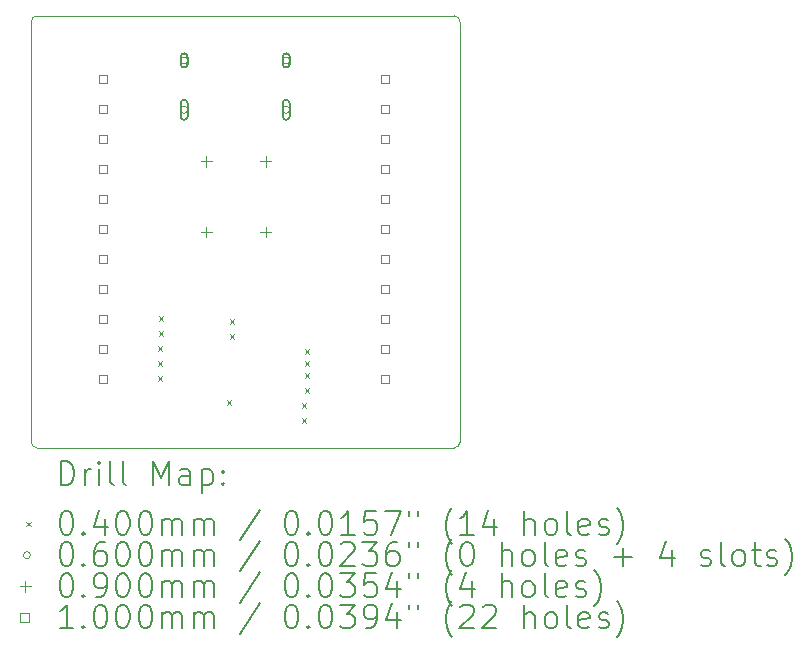
<source format=gbr>
%TF.GenerationSoftware,KiCad,Pcbnew,(6.0.7)*%
%TF.CreationDate,2022-09-27T17:10:28+08:00*%
%TF.ProjectId,51,35312e6b-6963-4616-945f-706362585858,rev?*%
%TF.SameCoordinates,Original*%
%TF.FileFunction,Drillmap*%
%TF.FilePolarity,Positive*%
%FSLAX45Y45*%
G04 Gerber Fmt 4.5, Leading zero omitted, Abs format (unit mm)*
G04 Created by KiCad (PCBNEW (6.0.7)) date 2022-09-27 17:10:28*
%MOMM*%
%LPD*%
G01*
G04 APERTURE LIST*
%ADD10C,0.100000*%
%ADD11C,0.200000*%
%ADD12C,0.040000*%
%ADD13C,0.060000*%
%ADD14C,0.090000*%
G04 APERTURE END LIST*
D10*
X11455400Y-3073400D02*
G75*
G03*
X11404600Y-3022600I-50800J0D01*
G01*
X11404600Y-6680200D02*
G75*
G03*
X11455400Y-6629400I0J50800D01*
G01*
X7874000Y-3022600D02*
X11404600Y-3022600D01*
X7823200Y-6629400D02*
X7823200Y-3073400D01*
X11455400Y-3073400D02*
X11455400Y-6629400D01*
X7823200Y-6629400D02*
G75*
G03*
X7874000Y-6680200I50800J0D01*
G01*
X7874000Y-3022600D02*
G75*
G03*
X7823200Y-3073400I0J-50800D01*
G01*
X11404600Y-6680200D02*
X7874000Y-6680200D01*
D11*
D12*
X8895400Y-5822000D02*
X8935400Y-5862000D01*
X8935400Y-5822000D02*
X8895400Y-5862000D01*
X8895400Y-5949000D02*
X8935400Y-5989000D01*
X8935400Y-5949000D02*
X8895400Y-5989000D01*
X8895400Y-6076000D02*
X8935400Y-6116000D01*
X8935400Y-6076000D02*
X8895400Y-6116000D01*
X8904050Y-5568000D02*
X8944050Y-5608000D01*
X8944050Y-5568000D02*
X8904050Y-5608000D01*
X8904050Y-5695000D02*
X8944050Y-5735000D01*
X8944050Y-5695000D02*
X8904050Y-5735000D01*
X9479600Y-6279200D02*
X9519600Y-6319200D01*
X9519600Y-6279200D02*
X9479600Y-6319200D01*
X9505000Y-5593400D02*
X9545000Y-5633400D01*
X9545000Y-5593400D02*
X9505000Y-5633400D01*
X9505000Y-5720400D02*
X9545000Y-5760400D01*
X9545000Y-5720400D02*
X9505000Y-5760400D01*
X10114600Y-6304600D02*
X10154600Y-6344600D01*
X10154600Y-6304600D02*
X10114600Y-6344600D01*
X10114600Y-6431600D02*
X10154600Y-6471600D01*
X10154600Y-6431600D02*
X10114600Y-6471600D01*
X10140000Y-5847400D02*
X10180000Y-5887400D01*
X10180000Y-5847400D02*
X10140000Y-5887400D01*
X10140000Y-5949000D02*
X10180000Y-5989000D01*
X10180000Y-5949000D02*
X10140000Y-5989000D01*
X10140000Y-6050600D02*
X10180000Y-6090600D01*
X10180000Y-6050600D02*
X10140000Y-6090600D01*
X10140000Y-6177600D02*
X10180000Y-6217600D01*
X10180000Y-6177600D02*
X10140000Y-6217600D01*
D13*
X9148400Y-3400200D02*
G75*
G03*
X9148400Y-3400200I-30000J0D01*
G01*
D11*
X9148400Y-3430200D02*
X9148400Y-3370200D01*
X9088400Y-3430200D02*
X9088400Y-3370200D01*
X9148400Y-3370200D02*
G75*
G03*
X9088400Y-3370200I-30000J0D01*
G01*
X9088400Y-3430200D02*
G75*
G03*
X9148400Y-3430200I30000J0D01*
G01*
D13*
X9148400Y-3818200D02*
G75*
G03*
X9148400Y-3818200I-30000J0D01*
G01*
D11*
X9148400Y-3873200D02*
X9148400Y-3763200D01*
X9088400Y-3873200D02*
X9088400Y-3763200D01*
X9148400Y-3763200D02*
G75*
G03*
X9088400Y-3763200I-30000J0D01*
G01*
X9088400Y-3873200D02*
G75*
G03*
X9148400Y-3873200I30000J0D01*
G01*
D13*
X10012400Y-3400200D02*
G75*
G03*
X10012400Y-3400200I-30000J0D01*
G01*
D11*
X10012400Y-3430200D02*
X10012400Y-3370200D01*
X9952400Y-3430200D02*
X9952400Y-3370200D01*
X10012400Y-3370200D02*
G75*
G03*
X9952400Y-3370200I-30000J0D01*
G01*
X9952400Y-3430200D02*
G75*
G03*
X10012400Y-3430200I30000J0D01*
G01*
D13*
X10012400Y-3818200D02*
G75*
G03*
X10012400Y-3818200I-30000J0D01*
G01*
D11*
X10012400Y-3873200D02*
X10012400Y-3763200D01*
X9952400Y-3873200D02*
X9952400Y-3763200D01*
X10012400Y-3763200D02*
G75*
G03*
X9952400Y-3763200I-30000J0D01*
G01*
X9952400Y-3873200D02*
G75*
G03*
X10012400Y-3873200I30000J0D01*
G01*
D14*
X9308150Y-4209350D02*
X9308150Y-4299350D01*
X9263150Y-4254350D02*
X9353150Y-4254350D01*
X9308150Y-4809350D02*
X9308150Y-4899350D01*
X9263150Y-4854350D02*
X9353150Y-4854350D01*
X9808150Y-4209350D02*
X9808150Y-4299350D01*
X9763150Y-4254350D02*
X9853150Y-4254350D01*
X9808150Y-4809350D02*
X9808150Y-4899350D01*
X9763150Y-4854350D02*
X9853150Y-4854350D01*
D10*
X8468156Y-3591356D02*
X8468156Y-3520644D01*
X8397444Y-3520644D01*
X8397444Y-3591356D01*
X8468156Y-3591356D01*
X8468156Y-3845356D02*
X8468156Y-3774644D01*
X8397444Y-3774644D01*
X8397444Y-3845356D01*
X8468156Y-3845356D01*
X8468156Y-4099356D02*
X8468156Y-4028644D01*
X8397444Y-4028644D01*
X8397444Y-4099356D01*
X8468156Y-4099356D01*
X8468156Y-4353356D02*
X8468156Y-4282644D01*
X8397444Y-4282644D01*
X8397444Y-4353356D01*
X8468156Y-4353356D01*
X8468156Y-4607356D02*
X8468156Y-4536644D01*
X8397444Y-4536644D01*
X8397444Y-4607356D01*
X8468156Y-4607356D01*
X8468156Y-4861356D02*
X8468156Y-4790644D01*
X8397444Y-4790644D01*
X8397444Y-4861356D01*
X8468156Y-4861356D01*
X8468156Y-5115356D02*
X8468156Y-5044644D01*
X8397444Y-5044644D01*
X8397444Y-5115356D01*
X8468156Y-5115356D01*
X8468156Y-5369356D02*
X8468156Y-5298644D01*
X8397444Y-5298644D01*
X8397444Y-5369356D01*
X8468156Y-5369356D01*
X8468156Y-5623356D02*
X8468156Y-5552644D01*
X8397444Y-5552644D01*
X8397444Y-5623356D01*
X8468156Y-5623356D01*
X8468156Y-5877356D02*
X8468156Y-5806644D01*
X8397444Y-5806644D01*
X8397444Y-5877356D01*
X8468156Y-5877356D01*
X8468156Y-6131356D02*
X8468156Y-6060644D01*
X8397444Y-6060644D01*
X8397444Y-6131356D01*
X8468156Y-6131356D01*
X10855756Y-3591356D02*
X10855756Y-3520644D01*
X10785044Y-3520644D01*
X10785044Y-3591356D01*
X10855756Y-3591356D01*
X10855756Y-3845356D02*
X10855756Y-3774644D01*
X10785044Y-3774644D01*
X10785044Y-3845356D01*
X10855756Y-3845356D01*
X10855756Y-4099356D02*
X10855756Y-4028644D01*
X10785044Y-4028644D01*
X10785044Y-4099356D01*
X10855756Y-4099356D01*
X10855756Y-4353356D02*
X10855756Y-4282644D01*
X10785044Y-4282644D01*
X10785044Y-4353356D01*
X10855756Y-4353356D01*
X10855756Y-4607356D02*
X10855756Y-4536644D01*
X10785044Y-4536644D01*
X10785044Y-4607356D01*
X10855756Y-4607356D01*
X10855756Y-4861356D02*
X10855756Y-4790644D01*
X10785044Y-4790644D01*
X10785044Y-4861356D01*
X10855756Y-4861356D01*
X10855756Y-5115356D02*
X10855756Y-5044644D01*
X10785044Y-5044644D01*
X10785044Y-5115356D01*
X10855756Y-5115356D01*
X10855756Y-5369356D02*
X10855756Y-5298644D01*
X10785044Y-5298644D01*
X10785044Y-5369356D01*
X10855756Y-5369356D01*
X10855756Y-5623356D02*
X10855756Y-5552644D01*
X10785044Y-5552644D01*
X10785044Y-5623356D01*
X10855756Y-5623356D01*
X10855756Y-5877356D02*
X10855756Y-5806644D01*
X10785044Y-5806644D01*
X10785044Y-5877356D01*
X10855756Y-5877356D01*
X10855756Y-6131356D02*
X10855756Y-6060644D01*
X10785044Y-6060644D01*
X10785044Y-6131356D01*
X10855756Y-6131356D01*
D11*
X8075819Y-6995676D02*
X8075819Y-6795676D01*
X8123438Y-6795676D01*
X8152009Y-6805200D01*
X8171057Y-6824248D01*
X8180581Y-6843295D01*
X8190105Y-6881390D01*
X8190105Y-6909962D01*
X8180581Y-6948057D01*
X8171057Y-6967105D01*
X8152009Y-6986152D01*
X8123438Y-6995676D01*
X8075819Y-6995676D01*
X8275819Y-6995676D02*
X8275819Y-6862343D01*
X8275819Y-6900438D02*
X8285343Y-6881390D01*
X8294867Y-6871867D01*
X8313914Y-6862343D01*
X8332962Y-6862343D01*
X8399629Y-6995676D02*
X8399629Y-6862343D01*
X8399629Y-6795676D02*
X8390105Y-6805200D01*
X8399629Y-6814724D01*
X8409152Y-6805200D01*
X8399629Y-6795676D01*
X8399629Y-6814724D01*
X8523438Y-6995676D02*
X8504390Y-6986152D01*
X8494867Y-6967105D01*
X8494867Y-6795676D01*
X8628200Y-6995676D02*
X8609152Y-6986152D01*
X8599629Y-6967105D01*
X8599629Y-6795676D01*
X8856771Y-6995676D02*
X8856771Y-6795676D01*
X8923438Y-6938533D01*
X8990105Y-6795676D01*
X8990105Y-6995676D01*
X9171057Y-6995676D02*
X9171057Y-6890914D01*
X9161533Y-6871867D01*
X9142486Y-6862343D01*
X9104390Y-6862343D01*
X9085343Y-6871867D01*
X9171057Y-6986152D02*
X9152010Y-6995676D01*
X9104390Y-6995676D01*
X9085343Y-6986152D01*
X9075819Y-6967105D01*
X9075819Y-6948057D01*
X9085343Y-6929009D01*
X9104390Y-6919486D01*
X9152010Y-6919486D01*
X9171057Y-6909962D01*
X9266295Y-6862343D02*
X9266295Y-7062343D01*
X9266295Y-6871867D02*
X9285343Y-6862343D01*
X9323438Y-6862343D01*
X9342486Y-6871867D01*
X9352010Y-6881390D01*
X9361533Y-6900438D01*
X9361533Y-6957581D01*
X9352010Y-6976628D01*
X9342486Y-6986152D01*
X9323438Y-6995676D01*
X9285343Y-6995676D01*
X9266295Y-6986152D01*
X9447248Y-6976628D02*
X9456771Y-6986152D01*
X9447248Y-6995676D01*
X9437724Y-6986152D01*
X9447248Y-6976628D01*
X9447248Y-6995676D01*
X9447248Y-6871867D02*
X9456771Y-6881390D01*
X9447248Y-6890914D01*
X9437724Y-6881390D01*
X9447248Y-6871867D01*
X9447248Y-6890914D01*
D12*
X7778200Y-7305200D02*
X7818200Y-7345200D01*
X7818200Y-7305200D02*
X7778200Y-7345200D01*
D11*
X8113914Y-7215676D02*
X8132962Y-7215676D01*
X8152009Y-7225200D01*
X8161533Y-7234724D01*
X8171057Y-7253771D01*
X8180581Y-7291867D01*
X8180581Y-7339486D01*
X8171057Y-7377581D01*
X8161533Y-7396628D01*
X8152009Y-7406152D01*
X8132962Y-7415676D01*
X8113914Y-7415676D01*
X8094867Y-7406152D01*
X8085343Y-7396628D01*
X8075819Y-7377581D01*
X8066295Y-7339486D01*
X8066295Y-7291867D01*
X8075819Y-7253771D01*
X8085343Y-7234724D01*
X8094867Y-7225200D01*
X8113914Y-7215676D01*
X8266295Y-7396628D02*
X8275819Y-7406152D01*
X8266295Y-7415676D01*
X8256771Y-7406152D01*
X8266295Y-7396628D01*
X8266295Y-7415676D01*
X8447248Y-7282343D02*
X8447248Y-7415676D01*
X8399629Y-7206152D02*
X8352009Y-7349009D01*
X8475819Y-7349009D01*
X8590105Y-7215676D02*
X8609152Y-7215676D01*
X8628200Y-7225200D01*
X8637724Y-7234724D01*
X8647248Y-7253771D01*
X8656771Y-7291867D01*
X8656771Y-7339486D01*
X8647248Y-7377581D01*
X8637724Y-7396628D01*
X8628200Y-7406152D01*
X8609152Y-7415676D01*
X8590105Y-7415676D01*
X8571057Y-7406152D01*
X8561533Y-7396628D01*
X8552010Y-7377581D01*
X8542486Y-7339486D01*
X8542486Y-7291867D01*
X8552010Y-7253771D01*
X8561533Y-7234724D01*
X8571057Y-7225200D01*
X8590105Y-7215676D01*
X8780581Y-7215676D02*
X8799629Y-7215676D01*
X8818676Y-7225200D01*
X8828200Y-7234724D01*
X8837724Y-7253771D01*
X8847248Y-7291867D01*
X8847248Y-7339486D01*
X8837724Y-7377581D01*
X8828200Y-7396628D01*
X8818676Y-7406152D01*
X8799629Y-7415676D01*
X8780581Y-7415676D01*
X8761533Y-7406152D01*
X8752010Y-7396628D01*
X8742486Y-7377581D01*
X8732962Y-7339486D01*
X8732962Y-7291867D01*
X8742486Y-7253771D01*
X8752010Y-7234724D01*
X8761533Y-7225200D01*
X8780581Y-7215676D01*
X8932962Y-7415676D02*
X8932962Y-7282343D01*
X8932962Y-7301390D02*
X8942486Y-7291867D01*
X8961533Y-7282343D01*
X8990105Y-7282343D01*
X9009152Y-7291867D01*
X9018676Y-7310914D01*
X9018676Y-7415676D01*
X9018676Y-7310914D02*
X9028200Y-7291867D01*
X9047248Y-7282343D01*
X9075819Y-7282343D01*
X9094867Y-7291867D01*
X9104390Y-7310914D01*
X9104390Y-7415676D01*
X9199629Y-7415676D02*
X9199629Y-7282343D01*
X9199629Y-7301390D02*
X9209152Y-7291867D01*
X9228200Y-7282343D01*
X9256771Y-7282343D01*
X9275819Y-7291867D01*
X9285343Y-7310914D01*
X9285343Y-7415676D01*
X9285343Y-7310914D02*
X9294867Y-7291867D01*
X9313914Y-7282343D01*
X9342486Y-7282343D01*
X9361533Y-7291867D01*
X9371057Y-7310914D01*
X9371057Y-7415676D01*
X9761533Y-7206152D02*
X9590105Y-7463295D01*
X10018676Y-7215676D02*
X10037724Y-7215676D01*
X10056771Y-7225200D01*
X10066295Y-7234724D01*
X10075819Y-7253771D01*
X10085343Y-7291867D01*
X10085343Y-7339486D01*
X10075819Y-7377581D01*
X10066295Y-7396628D01*
X10056771Y-7406152D01*
X10037724Y-7415676D01*
X10018676Y-7415676D01*
X9999629Y-7406152D01*
X9990105Y-7396628D01*
X9980581Y-7377581D01*
X9971057Y-7339486D01*
X9971057Y-7291867D01*
X9980581Y-7253771D01*
X9990105Y-7234724D01*
X9999629Y-7225200D01*
X10018676Y-7215676D01*
X10171057Y-7396628D02*
X10180581Y-7406152D01*
X10171057Y-7415676D01*
X10161533Y-7406152D01*
X10171057Y-7396628D01*
X10171057Y-7415676D01*
X10304390Y-7215676D02*
X10323438Y-7215676D01*
X10342486Y-7225200D01*
X10352010Y-7234724D01*
X10361533Y-7253771D01*
X10371057Y-7291867D01*
X10371057Y-7339486D01*
X10361533Y-7377581D01*
X10352010Y-7396628D01*
X10342486Y-7406152D01*
X10323438Y-7415676D01*
X10304390Y-7415676D01*
X10285343Y-7406152D01*
X10275819Y-7396628D01*
X10266295Y-7377581D01*
X10256771Y-7339486D01*
X10256771Y-7291867D01*
X10266295Y-7253771D01*
X10275819Y-7234724D01*
X10285343Y-7225200D01*
X10304390Y-7215676D01*
X10561533Y-7415676D02*
X10447248Y-7415676D01*
X10504390Y-7415676D02*
X10504390Y-7215676D01*
X10485343Y-7244248D01*
X10466295Y-7263295D01*
X10447248Y-7272819D01*
X10742486Y-7215676D02*
X10647248Y-7215676D01*
X10637724Y-7310914D01*
X10647248Y-7301390D01*
X10666295Y-7291867D01*
X10713914Y-7291867D01*
X10732962Y-7301390D01*
X10742486Y-7310914D01*
X10752010Y-7329962D01*
X10752010Y-7377581D01*
X10742486Y-7396628D01*
X10732962Y-7406152D01*
X10713914Y-7415676D01*
X10666295Y-7415676D01*
X10647248Y-7406152D01*
X10637724Y-7396628D01*
X10818676Y-7215676D02*
X10952010Y-7215676D01*
X10866295Y-7415676D01*
X11018676Y-7215676D02*
X11018676Y-7253771D01*
X11094867Y-7215676D02*
X11094867Y-7253771D01*
X11390105Y-7491867D02*
X11380581Y-7482343D01*
X11361533Y-7453771D01*
X11352009Y-7434724D01*
X11342486Y-7406152D01*
X11332962Y-7358533D01*
X11332962Y-7320438D01*
X11342486Y-7272819D01*
X11352009Y-7244248D01*
X11361533Y-7225200D01*
X11380581Y-7196628D01*
X11390105Y-7187105D01*
X11571057Y-7415676D02*
X11456771Y-7415676D01*
X11513914Y-7415676D02*
X11513914Y-7215676D01*
X11494867Y-7244248D01*
X11475819Y-7263295D01*
X11456771Y-7272819D01*
X11742486Y-7282343D02*
X11742486Y-7415676D01*
X11694867Y-7206152D02*
X11647248Y-7349009D01*
X11771057Y-7349009D01*
X11999628Y-7415676D02*
X11999628Y-7215676D01*
X12085343Y-7415676D02*
X12085343Y-7310914D01*
X12075819Y-7291867D01*
X12056771Y-7282343D01*
X12028200Y-7282343D01*
X12009152Y-7291867D01*
X11999628Y-7301390D01*
X12209152Y-7415676D02*
X12190105Y-7406152D01*
X12180581Y-7396628D01*
X12171057Y-7377581D01*
X12171057Y-7320438D01*
X12180581Y-7301390D01*
X12190105Y-7291867D01*
X12209152Y-7282343D01*
X12237724Y-7282343D01*
X12256771Y-7291867D01*
X12266295Y-7301390D01*
X12275819Y-7320438D01*
X12275819Y-7377581D01*
X12266295Y-7396628D01*
X12256771Y-7406152D01*
X12237724Y-7415676D01*
X12209152Y-7415676D01*
X12390105Y-7415676D02*
X12371057Y-7406152D01*
X12361533Y-7387105D01*
X12361533Y-7215676D01*
X12542486Y-7406152D02*
X12523438Y-7415676D01*
X12485343Y-7415676D01*
X12466295Y-7406152D01*
X12456771Y-7387105D01*
X12456771Y-7310914D01*
X12466295Y-7291867D01*
X12485343Y-7282343D01*
X12523438Y-7282343D01*
X12542486Y-7291867D01*
X12552009Y-7310914D01*
X12552009Y-7329962D01*
X12456771Y-7349009D01*
X12628200Y-7406152D02*
X12647248Y-7415676D01*
X12685343Y-7415676D01*
X12704390Y-7406152D01*
X12713914Y-7387105D01*
X12713914Y-7377581D01*
X12704390Y-7358533D01*
X12685343Y-7349009D01*
X12656771Y-7349009D01*
X12637724Y-7339486D01*
X12628200Y-7320438D01*
X12628200Y-7310914D01*
X12637724Y-7291867D01*
X12656771Y-7282343D01*
X12685343Y-7282343D01*
X12704390Y-7291867D01*
X12780581Y-7491867D02*
X12790105Y-7482343D01*
X12809152Y-7453771D01*
X12818676Y-7434724D01*
X12828200Y-7406152D01*
X12837724Y-7358533D01*
X12837724Y-7320438D01*
X12828200Y-7272819D01*
X12818676Y-7244248D01*
X12809152Y-7225200D01*
X12790105Y-7196628D01*
X12780581Y-7187105D01*
D13*
X7818200Y-7589200D02*
G75*
G03*
X7818200Y-7589200I-30000J0D01*
G01*
D11*
X8113914Y-7479676D02*
X8132962Y-7479676D01*
X8152009Y-7489200D01*
X8161533Y-7498724D01*
X8171057Y-7517771D01*
X8180581Y-7555867D01*
X8180581Y-7603486D01*
X8171057Y-7641581D01*
X8161533Y-7660628D01*
X8152009Y-7670152D01*
X8132962Y-7679676D01*
X8113914Y-7679676D01*
X8094867Y-7670152D01*
X8085343Y-7660628D01*
X8075819Y-7641581D01*
X8066295Y-7603486D01*
X8066295Y-7555867D01*
X8075819Y-7517771D01*
X8085343Y-7498724D01*
X8094867Y-7489200D01*
X8113914Y-7479676D01*
X8266295Y-7660628D02*
X8275819Y-7670152D01*
X8266295Y-7679676D01*
X8256771Y-7670152D01*
X8266295Y-7660628D01*
X8266295Y-7679676D01*
X8447248Y-7479676D02*
X8409152Y-7479676D01*
X8390105Y-7489200D01*
X8380581Y-7498724D01*
X8361533Y-7527295D01*
X8352009Y-7565390D01*
X8352009Y-7641581D01*
X8361533Y-7660628D01*
X8371057Y-7670152D01*
X8390105Y-7679676D01*
X8428200Y-7679676D01*
X8447248Y-7670152D01*
X8456771Y-7660628D01*
X8466295Y-7641581D01*
X8466295Y-7593962D01*
X8456771Y-7574914D01*
X8447248Y-7565390D01*
X8428200Y-7555867D01*
X8390105Y-7555867D01*
X8371057Y-7565390D01*
X8361533Y-7574914D01*
X8352009Y-7593962D01*
X8590105Y-7479676D02*
X8609152Y-7479676D01*
X8628200Y-7489200D01*
X8637724Y-7498724D01*
X8647248Y-7517771D01*
X8656771Y-7555867D01*
X8656771Y-7603486D01*
X8647248Y-7641581D01*
X8637724Y-7660628D01*
X8628200Y-7670152D01*
X8609152Y-7679676D01*
X8590105Y-7679676D01*
X8571057Y-7670152D01*
X8561533Y-7660628D01*
X8552010Y-7641581D01*
X8542486Y-7603486D01*
X8542486Y-7555867D01*
X8552010Y-7517771D01*
X8561533Y-7498724D01*
X8571057Y-7489200D01*
X8590105Y-7479676D01*
X8780581Y-7479676D02*
X8799629Y-7479676D01*
X8818676Y-7489200D01*
X8828200Y-7498724D01*
X8837724Y-7517771D01*
X8847248Y-7555867D01*
X8847248Y-7603486D01*
X8837724Y-7641581D01*
X8828200Y-7660628D01*
X8818676Y-7670152D01*
X8799629Y-7679676D01*
X8780581Y-7679676D01*
X8761533Y-7670152D01*
X8752010Y-7660628D01*
X8742486Y-7641581D01*
X8732962Y-7603486D01*
X8732962Y-7555867D01*
X8742486Y-7517771D01*
X8752010Y-7498724D01*
X8761533Y-7489200D01*
X8780581Y-7479676D01*
X8932962Y-7679676D02*
X8932962Y-7546343D01*
X8932962Y-7565390D02*
X8942486Y-7555867D01*
X8961533Y-7546343D01*
X8990105Y-7546343D01*
X9009152Y-7555867D01*
X9018676Y-7574914D01*
X9018676Y-7679676D01*
X9018676Y-7574914D02*
X9028200Y-7555867D01*
X9047248Y-7546343D01*
X9075819Y-7546343D01*
X9094867Y-7555867D01*
X9104390Y-7574914D01*
X9104390Y-7679676D01*
X9199629Y-7679676D02*
X9199629Y-7546343D01*
X9199629Y-7565390D02*
X9209152Y-7555867D01*
X9228200Y-7546343D01*
X9256771Y-7546343D01*
X9275819Y-7555867D01*
X9285343Y-7574914D01*
X9285343Y-7679676D01*
X9285343Y-7574914D02*
X9294867Y-7555867D01*
X9313914Y-7546343D01*
X9342486Y-7546343D01*
X9361533Y-7555867D01*
X9371057Y-7574914D01*
X9371057Y-7679676D01*
X9761533Y-7470152D02*
X9590105Y-7727295D01*
X10018676Y-7479676D02*
X10037724Y-7479676D01*
X10056771Y-7489200D01*
X10066295Y-7498724D01*
X10075819Y-7517771D01*
X10085343Y-7555867D01*
X10085343Y-7603486D01*
X10075819Y-7641581D01*
X10066295Y-7660628D01*
X10056771Y-7670152D01*
X10037724Y-7679676D01*
X10018676Y-7679676D01*
X9999629Y-7670152D01*
X9990105Y-7660628D01*
X9980581Y-7641581D01*
X9971057Y-7603486D01*
X9971057Y-7555867D01*
X9980581Y-7517771D01*
X9990105Y-7498724D01*
X9999629Y-7489200D01*
X10018676Y-7479676D01*
X10171057Y-7660628D02*
X10180581Y-7670152D01*
X10171057Y-7679676D01*
X10161533Y-7670152D01*
X10171057Y-7660628D01*
X10171057Y-7679676D01*
X10304390Y-7479676D02*
X10323438Y-7479676D01*
X10342486Y-7489200D01*
X10352010Y-7498724D01*
X10361533Y-7517771D01*
X10371057Y-7555867D01*
X10371057Y-7603486D01*
X10361533Y-7641581D01*
X10352010Y-7660628D01*
X10342486Y-7670152D01*
X10323438Y-7679676D01*
X10304390Y-7679676D01*
X10285343Y-7670152D01*
X10275819Y-7660628D01*
X10266295Y-7641581D01*
X10256771Y-7603486D01*
X10256771Y-7555867D01*
X10266295Y-7517771D01*
X10275819Y-7498724D01*
X10285343Y-7489200D01*
X10304390Y-7479676D01*
X10447248Y-7498724D02*
X10456771Y-7489200D01*
X10475819Y-7479676D01*
X10523438Y-7479676D01*
X10542486Y-7489200D01*
X10552010Y-7498724D01*
X10561533Y-7517771D01*
X10561533Y-7536819D01*
X10552010Y-7565390D01*
X10437724Y-7679676D01*
X10561533Y-7679676D01*
X10628200Y-7479676D02*
X10752010Y-7479676D01*
X10685343Y-7555867D01*
X10713914Y-7555867D01*
X10732962Y-7565390D01*
X10742486Y-7574914D01*
X10752010Y-7593962D01*
X10752010Y-7641581D01*
X10742486Y-7660628D01*
X10732962Y-7670152D01*
X10713914Y-7679676D01*
X10656771Y-7679676D01*
X10637724Y-7670152D01*
X10628200Y-7660628D01*
X10923438Y-7479676D02*
X10885343Y-7479676D01*
X10866295Y-7489200D01*
X10856771Y-7498724D01*
X10837724Y-7527295D01*
X10828200Y-7565390D01*
X10828200Y-7641581D01*
X10837724Y-7660628D01*
X10847248Y-7670152D01*
X10866295Y-7679676D01*
X10904390Y-7679676D01*
X10923438Y-7670152D01*
X10932962Y-7660628D01*
X10942486Y-7641581D01*
X10942486Y-7593962D01*
X10932962Y-7574914D01*
X10923438Y-7565390D01*
X10904390Y-7555867D01*
X10866295Y-7555867D01*
X10847248Y-7565390D01*
X10837724Y-7574914D01*
X10828200Y-7593962D01*
X11018676Y-7479676D02*
X11018676Y-7517771D01*
X11094867Y-7479676D02*
X11094867Y-7517771D01*
X11390105Y-7755867D02*
X11380581Y-7746343D01*
X11361533Y-7717771D01*
X11352009Y-7698724D01*
X11342486Y-7670152D01*
X11332962Y-7622533D01*
X11332962Y-7584438D01*
X11342486Y-7536819D01*
X11352009Y-7508248D01*
X11361533Y-7489200D01*
X11380581Y-7460628D01*
X11390105Y-7451105D01*
X11504390Y-7479676D02*
X11523438Y-7479676D01*
X11542486Y-7489200D01*
X11552009Y-7498724D01*
X11561533Y-7517771D01*
X11571057Y-7555867D01*
X11571057Y-7603486D01*
X11561533Y-7641581D01*
X11552009Y-7660628D01*
X11542486Y-7670152D01*
X11523438Y-7679676D01*
X11504390Y-7679676D01*
X11485343Y-7670152D01*
X11475819Y-7660628D01*
X11466295Y-7641581D01*
X11456771Y-7603486D01*
X11456771Y-7555867D01*
X11466295Y-7517771D01*
X11475819Y-7498724D01*
X11485343Y-7489200D01*
X11504390Y-7479676D01*
X11809152Y-7679676D02*
X11809152Y-7479676D01*
X11894867Y-7679676D02*
X11894867Y-7574914D01*
X11885343Y-7555867D01*
X11866295Y-7546343D01*
X11837724Y-7546343D01*
X11818676Y-7555867D01*
X11809152Y-7565390D01*
X12018676Y-7679676D02*
X11999628Y-7670152D01*
X11990105Y-7660628D01*
X11980581Y-7641581D01*
X11980581Y-7584438D01*
X11990105Y-7565390D01*
X11999628Y-7555867D01*
X12018676Y-7546343D01*
X12047248Y-7546343D01*
X12066295Y-7555867D01*
X12075819Y-7565390D01*
X12085343Y-7584438D01*
X12085343Y-7641581D01*
X12075819Y-7660628D01*
X12066295Y-7670152D01*
X12047248Y-7679676D01*
X12018676Y-7679676D01*
X12199628Y-7679676D02*
X12180581Y-7670152D01*
X12171057Y-7651105D01*
X12171057Y-7479676D01*
X12352009Y-7670152D02*
X12332962Y-7679676D01*
X12294867Y-7679676D01*
X12275819Y-7670152D01*
X12266295Y-7651105D01*
X12266295Y-7574914D01*
X12275819Y-7555867D01*
X12294867Y-7546343D01*
X12332962Y-7546343D01*
X12352009Y-7555867D01*
X12361533Y-7574914D01*
X12361533Y-7593962D01*
X12266295Y-7613009D01*
X12437724Y-7670152D02*
X12456771Y-7679676D01*
X12494867Y-7679676D01*
X12513914Y-7670152D01*
X12523438Y-7651105D01*
X12523438Y-7641581D01*
X12513914Y-7622533D01*
X12494867Y-7613009D01*
X12466295Y-7613009D01*
X12447248Y-7603486D01*
X12437724Y-7584438D01*
X12437724Y-7574914D01*
X12447248Y-7555867D01*
X12466295Y-7546343D01*
X12494867Y-7546343D01*
X12513914Y-7555867D01*
X12761533Y-7603486D02*
X12913914Y-7603486D01*
X12837724Y-7679676D02*
X12837724Y-7527295D01*
X13247248Y-7546343D02*
X13247248Y-7679676D01*
X13199628Y-7470152D02*
X13152009Y-7613009D01*
X13275819Y-7613009D01*
X13494867Y-7670152D02*
X13513914Y-7679676D01*
X13552009Y-7679676D01*
X13571057Y-7670152D01*
X13580581Y-7651105D01*
X13580581Y-7641581D01*
X13571057Y-7622533D01*
X13552009Y-7613009D01*
X13523438Y-7613009D01*
X13504390Y-7603486D01*
X13494867Y-7584438D01*
X13494867Y-7574914D01*
X13504390Y-7555867D01*
X13523438Y-7546343D01*
X13552009Y-7546343D01*
X13571057Y-7555867D01*
X13694867Y-7679676D02*
X13675819Y-7670152D01*
X13666295Y-7651105D01*
X13666295Y-7479676D01*
X13799628Y-7679676D02*
X13780581Y-7670152D01*
X13771057Y-7660628D01*
X13761533Y-7641581D01*
X13761533Y-7584438D01*
X13771057Y-7565390D01*
X13780581Y-7555867D01*
X13799628Y-7546343D01*
X13828200Y-7546343D01*
X13847248Y-7555867D01*
X13856771Y-7565390D01*
X13866295Y-7584438D01*
X13866295Y-7641581D01*
X13856771Y-7660628D01*
X13847248Y-7670152D01*
X13828200Y-7679676D01*
X13799628Y-7679676D01*
X13923438Y-7546343D02*
X13999628Y-7546343D01*
X13952009Y-7479676D02*
X13952009Y-7651105D01*
X13961533Y-7670152D01*
X13980581Y-7679676D01*
X13999628Y-7679676D01*
X14056771Y-7670152D02*
X14075819Y-7679676D01*
X14113914Y-7679676D01*
X14132962Y-7670152D01*
X14142486Y-7651105D01*
X14142486Y-7641581D01*
X14132962Y-7622533D01*
X14113914Y-7613009D01*
X14085343Y-7613009D01*
X14066295Y-7603486D01*
X14056771Y-7584438D01*
X14056771Y-7574914D01*
X14066295Y-7555867D01*
X14085343Y-7546343D01*
X14113914Y-7546343D01*
X14132962Y-7555867D01*
X14209152Y-7755867D02*
X14218676Y-7746343D01*
X14237724Y-7717771D01*
X14247248Y-7698724D01*
X14256771Y-7670152D01*
X14266295Y-7622533D01*
X14266295Y-7584438D01*
X14256771Y-7536819D01*
X14247248Y-7508248D01*
X14237724Y-7489200D01*
X14218676Y-7460628D01*
X14209152Y-7451105D01*
D14*
X7773200Y-7808200D02*
X7773200Y-7898200D01*
X7728200Y-7853200D02*
X7818200Y-7853200D01*
D11*
X8113914Y-7743676D02*
X8132962Y-7743676D01*
X8152009Y-7753200D01*
X8161533Y-7762724D01*
X8171057Y-7781771D01*
X8180581Y-7819867D01*
X8180581Y-7867486D01*
X8171057Y-7905581D01*
X8161533Y-7924628D01*
X8152009Y-7934152D01*
X8132962Y-7943676D01*
X8113914Y-7943676D01*
X8094867Y-7934152D01*
X8085343Y-7924628D01*
X8075819Y-7905581D01*
X8066295Y-7867486D01*
X8066295Y-7819867D01*
X8075819Y-7781771D01*
X8085343Y-7762724D01*
X8094867Y-7753200D01*
X8113914Y-7743676D01*
X8266295Y-7924628D02*
X8275819Y-7934152D01*
X8266295Y-7943676D01*
X8256771Y-7934152D01*
X8266295Y-7924628D01*
X8266295Y-7943676D01*
X8371057Y-7943676D02*
X8409152Y-7943676D01*
X8428200Y-7934152D01*
X8437724Y-7924628D01*
X8456771Y-7896057D01*
X8466295Y-7857962D01*
X8466295Y-7781771D01*
X8456771Y-7762724D01*
X8447248Y-7753200D01*
X8428200Y-7743676D01*
X8390105Y-7743676D01*
X8371057Y-7753200D01*
X8361533Y-7762724D01*
X8352009Y-7781771D01*
X8352009Y-7829390D01*
X8361533Y-7848438D01*
X8371057Y-7857962D01*
X8390105Y-7867486D01*
X8428200Y-7867486D01*
X8447248Y-7857962D01*
X8456771Y-7848438D01*
X8466295Y-7829390D01*
X8590105Y-7743676D02*
X8609152Y-7743676D01*
X8628200Y-7753200D01*
X8637724Y-7762724D01*
X8647248Y-7781771D01*
X8656771Y-7819867D01*
X8656771Y-7867486D01*
X8647248Y-7905581D01*
X8637724Y-7924628D01*
X8628200Y-7934152D01*
X8609152Y-7943676D01*
X8590105Y-7943676D01*
X8571057Y-7934152D01*
X8561533Y-7924628D01*
X8552010Y-7905581D01*
X8542486Y-7867486D01*
X8542486Y-7819867D01*
X8552010Y-7781771D01*
X8561533Y-7762724D01*
X8571057Y-7753200D01*
X8590105Y-7743676D01*
X8780581Y-7743676D02*
X8799629Y-7743676D01*
X8818676Y-7753200D01*
X8828200Y-7762724D01*
X8837724Y-7781771D01*
X8847248Y-7819867D01*
X8847248Y-7867486D01*
X8837724Y-7905581D01*
X8828200Y-7924628D01*
X8818676Y-7934152D01*
X8799629Y-7943676D01*
X8780581Y-7943676D01*
X8761533Y-7934152D01*
X8752010Y-7924628D01*
X8742486Y-7905581D01*
X8732962Y-7867486D01*
X8732962Y-7819867D01*
X8742486Y-7781771D01*
X8752010Y-7762724D01*
X8761533Y-7753200D01*
X8780581Y-7743676D01*
X8932962Y-7943676D02*
X8932962Y-7810343D01*
X8932962Y-7829390D02*
X8942486Y-7819867D01*
X8961533Y-7810343D01*
X8990105Y-7810343D01*
X9009152Y-7819867D01*
X9018676Y-7838914D01*
X9018676Y-7943676D01*
X9018676Y-7838914D02*
X9028200Y-7819867D01*
X9047248Y-7810343D01*
X9075819Y-7810343D01*
X9094867Y-7819867D01*
X9104390Y-7838914D01*
X9104390Y-7943676D01*
X9199629Y-7943676D02*
X9199629Y-7810343D01*
X9199629Y-7829390D02*
X9209152Y-7819867D01*
X9228200Y-7810343D01*
X9256771Y-7810343D01*
X9275819Y-7819867D01*
X9285343Y-7838914D01*
X9285343Y-7943676D01*
X9285343Y-7838914D02*
X9294867Y-7819867D01*
X9313914Y-7810343D01*
X9342486Y-7810343D01*
X9361533Y-7819867D01*
X9371057Y-7838914D01*
X9371057Y-7943676D01*
X9761533Y-7734152D02*
X9590105Y-7991295D01*
X10018676Y-7743676D02*
X10037724Y-7743676D01*
X10056771Y-7753200D01*
X10066295Y-7762724D01*
X10075819Y-7781771D01*
X10085343Y-7819867D01*
X10085343Y-7867486D01*
X10075819Y-7905581D01*
X10066295Y-7924628D01*
X10056771Y-7934152D01*
X10037724Y-7943676D01*
X10018676Y-7943676D01*
X9999629Y-7934152D01*
X9990105Y-7924628D01*
X9980581Y-7905581D01*
X9971057Y-7867486D01*
X9971057Y-7819867D01*
X9980581Y-7781771D01*
X9990105Y-7762724D01*
X9999629Y-7753200D01*
X10018676Y-7743676D01*
X10171057Y-7924628D02*
X10180581Y-7934152D01*
X10171057Y-7943676D01*
X10161533Y-7934152D01*
X10171057Y-7924628D01*
X10171057Y-7943676D01*
X10304390Y-7743676D02*
X10323438Y-7743676D01*
X10342486Y-7753200D01*
X10352010Y-7762724D01*
X10361533Y-7781771D01*
X10371057Y-7819867D01*
X10371057Y-7867486D01*
X10361533Y-7905581D01*
X10352010Y-7924628D01*
X10342486Y-7934152D01*
X10323438Y-7943676D01*
X10304390Y-7943676D01*
X10285343Y-7934152D01*
X10275819Y-7924628D01*
X10266295Y-7905581D01*
X10256771Y-7867486D01*
X10256771Y-7819867D01*
X10266295Y-7781771D01*
X10275819Y-7762724D01*
X10285343Y-7753200D01*
X10304390Y-7743676D01*
X10437724Y-7743676D02*
X10561533Y-7743676D01*
X10494867Y-7819867D01*
X10523438Y-7819867D01*
X10542486Y-7829390D01*
X10552010Y-7838914D01*
X10561533Y-7857962D01*
X10561533Y-7905581D01*
X10552010Y-7924628D01*
X10542486Y-7934152D01*
X10523438Y-7943676D01*
X10466295Y-7943676D01*
X10447248Y-7934152D01*
X10437724Y-7924628D01*
X10742486Y-7743676D02*
X10647248Y-7743676D01*
X10637724Y-7838914D01*
X10647248Y-7829390D01*
X10666295Y-7819867D01*
X10713914Y-7819867D01*
X10732962Y-7829390D01*
X10742486Y-7838914D01*
X10752010Y-7857962D01*
X10752010Y-7905581D01*
X10742486Y-7924628D01*
X10732962Y-7934152D01*
X10713914Y-7943676D01*
X10666295Y-7943676D01*
X10647248Y-7934152D01*
X10637724Y-7924628D01*
X10923438Y-7810343D02*
X10923438Y-7943676D01*
X10875819Y-7734152D02*
X10828200Y-7877009D01*
X10952010Y-7877009D01*
X11018676Y-7743676D02*
X11018676Y-7781771D01*
X11094867Y-7743676D02*
X11094867Y-7781771D01*
X11390105Y-8019867D02*
X11380581Y-8010343D01*
X11361533Y-7981771D01*
X11352009Y-7962724D01*
X11342486Y-7934152D01*
X11332962Y-7886533D01*
X11332962Y-7848438D01*
X11342486Y-7800819D01*
X11352009Y-7772248D01*
X11361533Y-7753200D01*
X11380581Y-7724628D01*
X11390105Y-7715105D01*
X11552009Y-7810343D02*
X11552009Y-7943676D01*
X11504390Y-7734152D02*
X11456771Y-7877009D01*
X11580581Y-7877009D01*
X11809152Y-7943676D02*
X11809152Y-7743676D01*
X11894867Y-7943676D02*
X11894867Y-7838914D01*
X11885343Y-7819867D01*
X11866295Y-7810343D01*
X11837724Y-7810343D01*
X11818676Y-7819867D01*
X11809152Y-7829390D01*
X12018676Y-7943676D02*
X11999628Y-7934152D01*
X11990105Y-7924628D01*
X11980581Y-7905581D01*
X11980581Y-7848438D01*
X11990105Y-7829390D01*
X11999628Y-7819867D01*
X12018676Y-7810343D01*
X12047248Y-7810343D01*
X12066295Y-7819867D01*
X12075819Y-7829390D01*
X12085343Y-7848438D01*
X12085343Y-7905581D01*
X12075819Y-7924628D01*
X12066295Y-7934152D01*
X12047248Y-7943676D01*
X12018676Y-7943676D01*
X12199628Y-7943676D02*
X12180581Y-7934152D01*
X12171057Y-7915105D01*
X12171057Y-7743676D01*
X12352009Y-7934152D02*
X12332962Y-7943676D01*
X12294867Y-7943676D01*
X12275819Y-7934152D01*
X12266295Y-7915105D01*
X12266295Y-7838914D01*
X12275819Y-7819867D01*
X12294867Y-7810343D01*
X12332962Y-7810343D01*
X12352009Y-7819867D01*
X12361533Y-7838914D01*
X12361533Y-7857962D01*
X12266295Y-7877009D01*
X12437724Y-7934152D02*
X12456771Y-7943676D01*
X12494867Y-7943676D01*
X12513914Y-7934152D01*
X12523438Y-7915105D01*
X12523438Y-7905581D01*
X12513914Y-7886533D01*
X12494867Y-7877009D01*
X12466295Y-7877009D01*
X12447248Y-7867486D01*
X12437724Y-7848438D01*
X12437724Y-7838914D01*
X12447248Y-7819867D01*
X12466295Y-7810343D01*
X12494867Y-7810343D01*
X12513914Y-7819867D01*
X12590105Y-8019867D02*
X12599628Y-8010343D01*
X12618676Y-7981771D01*
X12628200Y-7962724D01*
X12637724Y-7934152D01*
X12647248Y-7886533D01*
X12647248Y-7848438D01*
X12637724Y-7800819D01*
X12628200Y-7772248D01*
X12618676Y-7753200D01*
X12599628Y-7724628D01*
X12590105Y-7715105D01*
D10*
X7803556Y-8152556D02*
X7803556Y-8081844D01*
X7732844Y-8081844D01*
X7732844Y-8152556D01*
X7803556Y-8152556D01*
D11*
X8180581Y-8207676D02*
X8066295Y-8207676D01*
X8123438Y-8207676D02*
X8123438Y-8007676D01*
X8104390Y-8036248D01*
X8085343Y-8055295D01*
X8066295Y-8064819D01*
X8266295Y-8188628D02*
X8275819Y-8198152D01*
X8266295Y-8207676D01*
X8256771Y-8198152D01*
X8266295Y-8188628D01*
X8266295Y-8207676D01*
X8399629Y-8007676D02*
X8418676Y-8007676D01*
X8437724Y-8017200D01*
X8447248Y-8026724D01*
X8456771Y-8045771D01*
X8466295Y-8083867D01*
X8466295Y-8131486D01*
X8456771Y-8169581D01*
X8447248Y-8188628D01*
X8437724Y-8198152D01*
X8418676Y-8207676D01*
X8399629Y-8207676D01*
X8380581Y-8198152D01*
X8371057Y-8188628D01*
X8361533Y-8169581D01*
X8352009Y-8131486D01*
X8352009Y-8083867D01*
X8361533Y-8045771D01*
X8371057Y-8026724D01*
X8380581Y-8017200D01*
X8399629Y-8007676D01*
X8590105Y-8007676D02*
X8609152Y-8007676D01*
X8628200Y-8017200D01*
X8637724Y-8026724D01*
X8647248Y-8045771D01*
X8656771Y-8083867D01*
X8656771Y-8131486D01*
X8647248Y-8169581D01*
X8637724Y-8188628D01*
X8628200Y-8198152D01*
X8609152Y-8207676D01*
X8590105Y-8207676D01*
X8571057Y-8198152D01*
X8561533Y-8188628D01*
X8552010Y-8169581D01*
X8542486Y-8131486D01*
X8542486Y-8083867D01*
X8552010Y-8045771D01*
X8561533Y-8026724D01*
X8571057Y-8017200D01*
X8590105Y-8007676D01*
X8780581Y-8007676D02*
X8799629Y-8007676D01*
X8818676Y-8017200D01*
X8828200Y-8026724D01*
X8837724Y-8045771D01*
X8847248Y-8083867D01*
X8847248Y-8131486D01*
X8837724Y-8169581D01*
X8828200Y-8188628D01*
X8818676Y-8198152D01*
X8799629Y-8207676D01*
X8780581Y-8207676D01*
X8761533Y-8198152D01*
X8752010Y-8188628D01*
X8742486Y-8169581D01*
X8732962Y-8131486D01*
X8732962Y-8083867D01*
X8742486Y-8045771D01*
X8752010Y-8026724D01*
X8761533Y-8017200D01*
X8780581Y-8007676D01*
X8932962Y-8207676D02*
X8932962Y-8074343D01*
X8932962Y-8093390D02*
X8942486Y-8083867D01*
X8961533Y-8074343D01*
X8990105Y-8074343D01*
X9009152Y-8083867D01*
X9018676Y-8102914D01*
X9018676Y-8207676D01*
X9018676Y-8102914D02*
X9028200Y-8083867D01*
X9047248Y-8074343D01*
X9075819Y-8074343D01*
X9094867Y-8083867D01*
X9104390Y-8102914D01*
X9104390Y-8207676D01*
X9199629Y-8207676D02*
X9199629Y-8074343D01*
X9199629Y-8093390D02*
X9209152Y-8083867D01*
X9228200Y-8074343D01*
X9256771Y-8074343D01*
X9275819Y-8083867D01*
X9285343Y-8102914D01*
X9285343Y-8207676D01*
X9285343Y-8102914D02*
X9294867Y-8083867D01*
X9313914Y-8074343D01*
X9342486Y-8074343D01*
X9361533Y-8083867D01*
X9371057Y-8102914D01*
X9371057Y-8207676D01*
X9761533Y-7998152D02*
X9590105Y-8255295D01*
X10018676Y-8007676D02*
X10037724Y-8007676D01*
X10056771Y-8017200D01*
X10066295Y-8026724D01*
X10075819Y-8045771D01*
X10085343Y-8083867D01*
X10085343Y-8131486D01*
X10075819Y-8169581D01*
X10066295Y-8188628D01*
X10056771Y-8198152D01*
X10037724Y-8207676D01*
X10018676Y-8207676D01*
X9999629Y-8198152D01*
X9990105Y-8188628D01*
X9980581Y-8169581D01*
X9971057Y-8131486D01*
X9971057Y-8083867D01*
X9980581Y-8045771D01*
X9990105Y-8026724D01*
X9999629Y-8017200D01*
X10018676Y-8007676D01*
X10171057Y-8188628D02*
X10180581Y-8198152D01*
X10171057Y-8207676D01*
X10161533Y-8198152D01*
X10171057Y-8188628D01*
X10171057Y-8207676D01*
X10304390Y-8007676D02*
X10323438Y-8007676D01*
X10342486Y-8017200D01*
X10352010Y-8026724D01*
X10361533Y-8045771D01*
X10371057Y-8083867D01*
X10371057Y-8131486D01*
X10361533Y-8169581D01*
X10352010Y-8188628D01*
X10342486Y-8198152D01*
X10323438Y-8207676D01*
X10304390Y-8207676D01*
X10285343Y-8198152D01*
X10275819Y-8188628D01*
X10266295Y-8169581D01*
X10256771Y-8131486D01*
X10256771Y-8083867D01*
X10266295Y-8045771D01*
X10275819Y-8026724D01*
X10285343Y-8017200D01*
X10304390Y-8007676D01*
X10437724Y-8007676D02*
X10561533Y-8007676D01*
X10494867Y-8083867D01*
X10523438Y-8083867D01*
X10542486Y-8093390D01*
X10552010Y-8102914D01*
X10561533Y-8121962D01*
X10561533Y-8169581D01*
X10552010Y-8188628D01*
X10542486Y-8198152D01*
X10523438Y-8207676D01*
X10466295Y-8207676D01*
X10447248Y-8198152D01*
X10437724Y-8188628D01*
X10656771Y-8207676D02*
X10694867Y-8207676D01*
X10713914Y-8198152D01*
X10723438Y-8188628D01*
X10742486Y-8160057D01*
X10752010Y-8121962D01*
X10752010Y-8045771D01*
X10742486Y-8026724D01*
X10732962Y-8017200D01*
X10713914Y-8007676D01*
X10675819Y-8007676D01*
X10656771Y-8017200D01*
X10647248Y-8026724D01*
X10637724Y-8045771D01*
X10637724Y-8093390D01*
X10647248Y-8112438D01*
X10656771Y-8121962D01*
X10675819Y-8131486D01*
X10713914Y-8131486D01*
X10732962Y-8121962D01*
X10742486Y-8112438D01*
X10752010Y-8093390D01*
X10923438Y-8074343D02*
X10923438Y-8207676D01*
X10875819Y-7998152D02*
X10828200Y-8141009D01*
X10952010Y-8141009D01*
X11018676Y-8007676D02*
X11018676Y-8045771D01*
X11094867Y-8007676D02*
X11094867Y-8045771D01*
X11390105Y-8283867D02*
X11380581Y-8274343D01*
X11361533Y-8245771D01*
X11352009Y-8226724D01*
X11342486Y-8198152D01*
X11332962Y-8150533D01*
X11332962Y-8112438D01*
X11342486Y-8064819D01*
X11352009Y-8036248D01*
X11361533Y-8017200D01*
X11380581Y-7988628D01*
X11390105Y-7979105D01*
X11456771Y-8026724D02*
X11466295Y-8017200D01*
X11485343Y-8007676D01*
X11532962Y-8007676D01*
X11552009Y-8017200D01*
X11561533Y-8026724D01*
X11571057Y-8045771D01*
X11571057Y-8064819D01*
X11561533Y-8093390D01*
X11447248Y-8207676D01*
X11571057Y-8207676D01*
X11647248Y-8026724D02*
X11656771Y-8017200D01*
X11675819Y-8007676D01*
X11723438Y-8007676D01*
X11742486Y-8017200D01*
X11752009Y-8026724D01*
X11761533Y-8045771D01*
X11761533Y-8064819D01*
X11752009Y-8093390D01*
X11637724Y-8207676D01*
X11761533Y-8207676D01*
X11999628Y-8207676D02*
X11999628Y-8007676D01*
X12085343Y-8207676D02*
X12085343Y-8102914D01*
X12075819Y-8083867D01*
X12056771Y-8074343D01*
X12028200Y-8074343D01*
X12009152Y-8083867D01*
X11999628Y-8093390D01*
X12209152Y-8207676D02*
X12190105Y-8198152D01*
X12180581Y-8188628D01*
X12171057Y-8169581D01*
X12171057Y-8112438D01*
X12180581Y-8093390D01*
X12190105Y-8083867D01*
X12209152Y-8074343D01*
X12237724Y-8074343D01*
X12256771Y-8083867D01*
X12266295Y-8093390D01*
X12275819Y-8112438D01*
X12275819Y-8169581D01*
X12266295Y-8188628D01*
X12256771Y-8198152D01*
X12237724Y-8207676D01*
X12209152Y-8207676D01*
X12390105Y-8207676D02*
X12371057Y-8198152D01*
X12361533Y-8179105D01*
X12361533Y-8007676D01*
X12542486Y-8198152D02*
X12523438Y-8207676D01*
X12485343Y-8207676D01*
X12466295Y-8198152D01*
X12456771Y-8179105D01*
X12456771Y-8102914D01*
X12466295Y-8083867D01*
X12485343Y-8074343D01*
X12523438Y-8074343D01*
X12542486Y-8083867D01*
X12552009Y-8102914D01*
X12552009Y-8121962D01*
X12456771Y-8141009D01*
X12628200Y-8198152D02*
X12647248Y-8207676D01*
X12685343Y-8207676D01*
X12704390Y-8198152D01*
X12713914Y-8179105D01*
X12713914Y-8169581D01*
X12704390Y-8150533D01*
X12685343Y-8141009D01*
X12656771Y-8141009D01*
X12637724Y-8131486D01*
X12628200Y-8112438D01*
X12628200Y-8102914D01*
X12637724Y-8083867D01*
X12656771Y-8074343D01*
X12685343Y-8074343D01*
X12704390Y-8083867D01*
X12780581Y-8283867D02*
X12790105Y-8274343D01*
X12809152Y-8245771D01*
X12818676Y-8226724D01*
X12828200Y-8198152D01*
X12837724Y-8150533D01*
X12837724Y-8112438D01*
X12828200Y-8064819D01*
X12818676Y-8036248D01*
X12809152Y-8017200D01*
X12790105Y-7988628D01*
X12780581Y-7979105D01*
M02*

</source>
